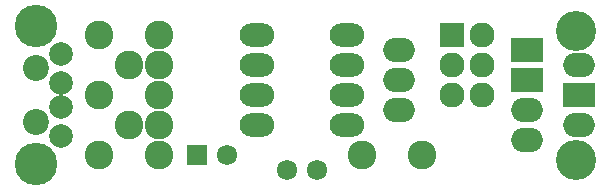
<source format=gbs>
%TF.GenerationSoftware,KiCad,Pcbnew,4.0.5-e0-6337~49~ubuntu16.04.1*%
%TF.CreationDate,2017-02-01T20:03:23+05:30*%
%TF.ProjectId,morseKEY,6D6F7273654B45592E6B696361645F70,rev?*%
%TF.FileFunction,Soldermask,Bot*%
%FSLAX46Y46*%
G04 Gerber Fmt 4.6, Leading zero omitted, Abs format (unit mm)*
G04 Created by KiCad (PCBNEW 4.0.5-e0-6337~49~ubuntu16.04.1) date Wed Feb  1 20:03:23 2017*
%MOMM*%
%LPD*%
G01*
G04 APERTURE LIST*
%ADD10C,0.101600*%
%ADD11C,2.127200*%
%ADD12O,2.127200X2.127200*%
%ADD13R,2.127200X2.127200*%
%ADD14C,1.720800*%
%ADD15R,1.720800X1.720800*%
%ADD16O,2.940000X1.974800*%
%ADD17O,2.686000X2.051000*%
%ADD18R,2.686000X2.051000*%
%ADD19C,2.432000*%
%ADD20C,3.400000*%
%ADD21C,2.000000*%
%ADD22C,3.600000*%
%ADD23C,2.200000*%
G04 APERTURE END LIST*
D10*
D11*
X66040000Y-33020000D03*
D12*
X63500000Y-33020000D03*
X66040000Y-30480000D03*
X63500000Y-30480000D03*
X66040000Y-27940000D03*
D13*
X63500000Y-27940000D03*
D14*
X44450000Y-38100000D03*
D15*
X41910000Y-38100000D03*
D16*
X54610000Y-35560000D03*
X54610000Y-33020000D03*
X54610000Y-30480000D03*
X54610000Y-27940000D03*
X46990000Y-27940000D03*
X46990000Y-30480000D03*
X46990000Y-33020000D03*
X46990000Y-35560000D03*
D17*
X69850000Y-36830000D03*
X69850000Y-34290000D03*
D18*
X69850000Y-31750000D03*
X69850000Y-29210000D03*
D17*
X74295000Y-30480000D03*
D18*
X74295000Y-33020000D03*
D17*
X74295000Y-35560000D03*
D14*
X49530000Y-39370000D03*
X52070000Y-39370000D03*
D17*
X59055000Y-29210000D03*
X59055000Y-31750000D03*
X59055000Y-34290000D03*
D19*
X36195000Y-30480000D03*
X38735000Y-30480000D03*
X36195000Y-35560000D03*
X38735000Y-35560000D03*
X33655000Y-27940000D03*
X38735000Y-27940000D03*
X33655000Y-33020000D03*
X38735000Y-33020000D03*
X60960000Y-38100000D03*
X55880000Y-38100000D03*
X33655000Y-38100000D03*
X38735000Y-38100000D03*
D20*
X74041000Y-27559000D03*
X74041000Y-38481000D03*
D21*
X30400000Y-36520000D03*
X30400000Y-34020000D03*
X30400000Y-32020000D03*
X30400000Y-29520000D03*
D22*
X28300000Y-38870000D03*
X28300000Y-27170000D03*
D23*
X28300000Y-30720000D03*
X28300000Y-35320000D03*
M02*

</source>
